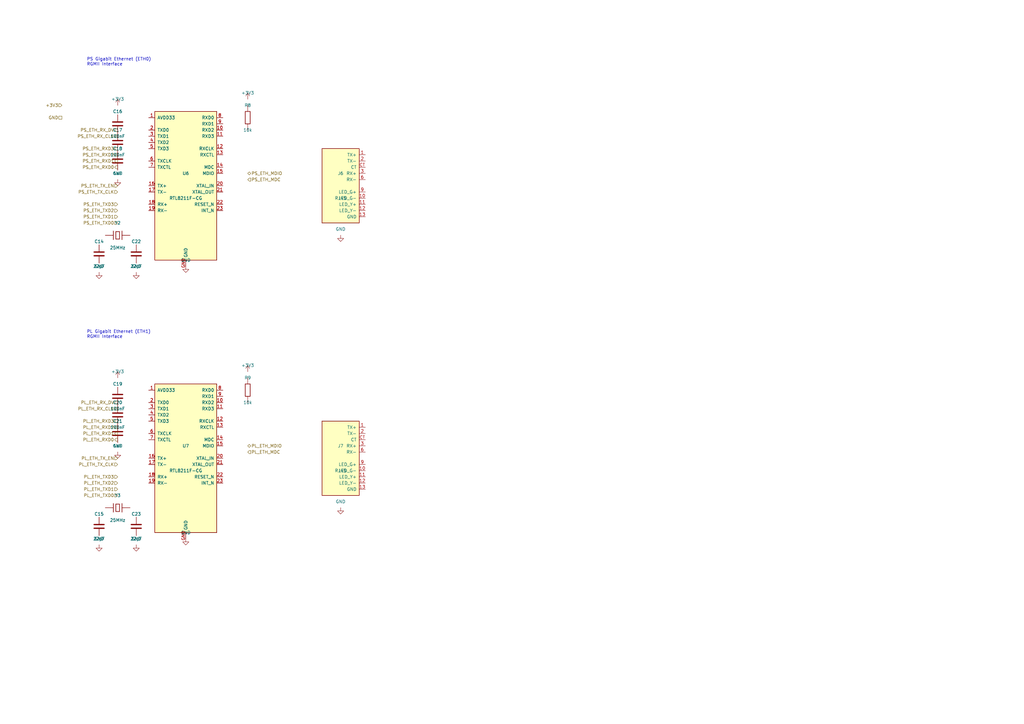
<source format=kicad_sch>
(kicad_sch (version 20250114) (generator "eeschema") (generator_version "9.0")
  (paper "A3")
  (title_block (title "Dual Gigabit Ethernet") (date "2024-12-11") (rev "1.0") (company "fcBoard Project"))
  (lib_symbols
    (symbol "fcBoard:+1V8" (power) (pin_numbers (hide yes)) (pin_names (offset 0) (hide yes))
      (property "Value" "+1V8" (at 0 3.81 0))
      (symbol "+1V8_0_1"
        (polyline (pts (xy -0.762 1.27) (xy 0 2.54)))
        (polyline (pts (xy 0 2.54) (xy 0.762 1.27)))
        (polyline (pts (xy 0 0) (xy 0 2.54)))
      )
      (symbol "+1V8_1_1"
        (pin power_in line (at 0 0 90) (length 0) (name "~") (number "1"))
      )
    )
    (symbol "fcBoard:+3V3" (power) (pin_numbers (hide yes)) (pin_names (offset 0) (hide yes)) (in_bom no)
      (property "Value" "+3V3" (at 0 3.81 0))
      (symbol "+3V3_0_1"
        (polyline (pts (xy -0.762 1.27) (xy 0 2.54)))
        (polyline (pts (xy 0 2.54) (xy 0.762 1.27)))
        (polyline (pts (xy 0 0) (xy 0 2.54)))
      )
      (symbol "+3V3_1_1"
        (pin power_in line (at 0 0 90) (length 0) (name "~") (number "1"))
      )
    )
    (symbol "fcBoard:C" (pin_numbers (hide yes)) (pin_names (offset 0.254))
      (property "Reference" "C" (at 0.635 2.54 0))
      (property "Value" "C" (at 0.635 -2.54 0))
      (symbol "C_0_1"
        (polyline (pts (xy -2.032 0.762) (xy 2.032 0.762)) (stroke (width 0.508)))
        (polyline (pts (xy -2.032 -0.762) (xy 2.032 -0.762)) (stroke (width 0.508)))
      )
      (symbol "C_1_1"
        (pin passive line (at 0 3.81 270) (length 2.794) (name "~") (number "1"))
        (pin passive line (at 0 -3.81 90) (length 2.794) (name "~") (number "2"))
      )
    )
    (symbol "fcBoard:Crystal" (pin_numbers (hide yes)) (pin_names (offset 1.016) (hide yes))
      (property "Reference" "Y" (at 0 3.81 0))
      (property "Value" "Crystal" (at 0 -3.81 0))
      (symbol "Crystal_0_1"
        (polyline (pts (xy -1.778 -1.778) (xy -1.778 1.778)) (stroke (width 0.254)))
        (rectangle (start -0.762 -1.524) (end 0.762 1.524) (stroke (width 0.254)))
        (polyline (pts (xy 1.778 -1.778) (xy 1.778 1.778)) (stroke (width 0.254)))
      )
      (symbol "Crystal_1_1"
        (pin passive line (at -5.08 0 0) (length 3.302) (name "~") (number "1"))
        (pin passive line (at 5.08 0 180) (length 3.302) (name "~") (number "2"))
      )
    )
    (symbol "fcBoard:Ferrite_Bead" (pin_numbers (hide yes)) (pin_names (offset 1.016))
      (property "Reference" "FB" (at -1.27 0 90))
      (property "Value" "Ferrite_Bead" (at 1.905 0 90))
      (symbol "Ferrite_Bead_0_1"
        (rectangle (start -1.016 -2.54) (end 1.016 2.54) (stroke (width 0.254)))
        (polyline (pts (xy -1.016 -2.54) (xy 1.016 2.54)) (stroke (width 0.254)))
      )
      (symbol "Ferrite_Bead_1_1"
        (pin passive line (at 0 5.08 270) (length 2.54) (name "~") (number "1"))
        (pin passive line (at 0 -5.08 90) (length 2.54) (name "~") (number "2"))
      )
    )
    (symbol "fcBoard:GND" (power) (pin_numbers (hide yes)) (pin_names (offset 0) (hide yes)) (in_bom no)
      (property "Value" "GND" (at 0 -2.54 0))
      (symbol "GND_0_1"
        (polyline (pts (xy 0 0) (xy 0 -1.27) (xy 1.27 -1.27) (xy 0 -2.54) (xy -1.27 -1.27) (xy 0 -1.27)))
      )
      (symbol "GND_1_1"
        (pin power_in line (at 0 0 270) (length 0) (name "~") (number "1"))
      )
    )
    (symbol "fcBoard:R" (pin_numbers (hide yes)) (pin_names (offset 0))
      (property "Reference" "R" (at 2.032 0 90))
      (property "Value" "R" (at 0 0 90))
      (symbol "R_0_1"
        (rectangle (start -1.016 -2.54) (end 1.016 2.54) (stroke (width 0.254)))
      )
      (symbol "R_1_1"
        (pin passive line (at 0 5.08 270) (length 2.54) (name "~") (number "1"))
        (pin passive line (at 0 -5.08 90) (length 2.54) (name "~") (number "2"))
      )
    )
    (symbol "fcBoard:RJ45_Magjack" (pin_names (offset 1.016))
      (property "Reference" "J" (at 0 16.51 0))
      (property "Value" "RJ45_Magjack" (at 0 -16.51 0))
      (symbol "RJ45_Magjack_0_1"
        (rectangle (start -7.62 15.24) (end 7.62 -15.24) (stroke (width 0.254)) (fill (type background)))
      )
      (symbol "RJ45_Magjack_1_1"
        (pin bidirectional line (at 10.16 12.7 180) (length 2.54) (name "TX+") (number "1"))
        (pin bidirectional line (at 10.16 10.16 180) (length 2.54) (name "TX-") (number "2"))
        (pin passive line (at 10.16 7.62 180) (length 2.54) (name "CT") (number "CT"))
        (pin bidirectional line (at 10.16 5.08 180) (length 2.54) (name "RX+") (number "3"))
        (pin bidirectional line (at 10.16 2.54 180) (length 2.54) (name "RX-") (number "6"))
        (pin output line (at 10.16 -2.54 180) (length 2.54) (name "LED_G+") (number "9"))
        (pin output line (at 10.16 -5.08 180) (length 2.54) (name "LED_G-") (number "10"))
        (pin output line (at 10.16 -7.62 180) (length 2.54) (name "LED_Y+") (number "11"))
        (pin output line (at 10.16 -10.16 180) (length 2.54) (name "LED_Y-") (number "12"))
        (pin power_in line (at 10.16 -12.7 180) (length 2.54) (name "GND") (number "13"))
      )
    )
    (symbol "fcBoard:RTL8211F" (pin_names (offset 1.016))
      (property "Reference" "U" (at 0 33.02 0))
      (property "Value" "RTL8211F-CG" (at 0 -33.02 0))
      (symbol "RTL8211F_0_1"
        (rectangle (start -12.7 30.48) (end 12.7 -30.48) (stroke (width 0.254)) (fill (type background)))
      )
      (symbol "RTL8211F_1_1"
        (pin power_in line (at -15.24 27.94 0) (length 2.54) (name "AVDD33") (number "1"))
        (pin bidirectional line (at -15.24 22.86 0) (length 2.54) (name "TXD0") (number "2"))
        (pin bidirectional line (at -15.24 20.32 0) (length 2.54) (name "TXD1") (number "3"))
        (pin bidirectional line (at -15.24 17.78 0) (length 2.54) (name "TXD2") (number "4"))
        (pin bidirectional line (at -15.24 15.24 0) (length 2.54) (name "TXD3") (number "5"))
        (pin input line (at -15.24 10.16 0) (length 2.54) (name "TXCLK") (number "6"))
        (pin input line (at -15.24 7.62 0) (length 2.54) (name "TXCTL") (number "7"))
        (pin bidirectional line (at -15.24 0 0) (length 2.54) (name "TX+") (number "16"))
        (pin bidirectional line (at -15.24 -2.54 0) (length 2.54) (name "TX-") (number "17"))
        (pin bidirectional line (at -15.24 -7.62 0) (length 2.54) (name "RX+") (number "18"))
        (pin bidirectional line (at -15.24 -10.16 0) (length 2.54) (name "RX-") (number "19"))
        (pin power_in line (at 0 -33.02 90) (length 2.54) (name "GND") (number "GND"))
        (pin bidirectional line (at 15.24 27.94 180) (length 2.54) (name "RXD0") (number "8"))
        (pin bidirectional line (at 15.24 25.4 180) (length 2.54) (name "RXD1") (number "9"))
        (pin bidirectional line (at 15.24 22.86 180) (length 2.54) (name "RXD2") (number "10"))
        (pin bidirectional line (at 15.24 20.32 180) (length 2.54) (name "RXD3") (number "11"))
        (pin output line (at 15.24 15.24 180) (length 2.54) (name "RXCLK") (number "12"))
        (pin output line (at 15.24 12.7 180) (length 2.54) (name "RXCTL") (number "13"))
        (pin bidirectional line (at 15.24 7.62 180) (length 2.54) (name "MDC") (number "14"))
        (pin bidirectional line (at 15.24 5.08 180) (length 2.54) (name "MDIO") (number "15"))
        (pin input line (at 15.24 0 180) (length 2.54) (name "XTAL_IN") (number "20"))
        (pin output line (at 15.24 -2.54 180) (length 2.54) (name "XTAL_OUT") (number "21"))
        (pin input line (at 15.24 -7.62 180) (length 2.54) (name "RESET_N") (number "22"))
        (pin output line (at 15.24 -10.16 180) (length 2.54) (name "INT_N") (number "23"))
      )
    )
  )
  (text "PS Gigabit Ethernet (ETH0)\nRGMII Interface" (at 35.56 25.4 0) (effects (font (size 1.27 1.27)) (justify left)))
  (text "PL Gigabit Ethernet (ETH1)\nRGMII Interface" (at 35.56 137.16 0) (effects (font (size 1.27 1.27)) (justify left)))
  (hierarchical_label "PL_ETH_RXD3" (shape output) (at 48.26 172.72 180))
  (hierarchical_label "PS_ETH_RX_CLK" (shape output) (at 48.26 55.88 180))
  (hierarchical_label "PS_ETH_TXD1" (shape input) (at 48.26 88.9 180))
  (hierarchical_label "PS_ETH_RXD3" (shape output) (at 48.26 60.96 180))
  (hierarchical_label "+3V3" (shape input) (at 25.4 43.18 180))
  (hierarchical_label "PS_ETH_RX_DV" (shape output) (at 48.26 53.34 180))
  (hierarchical_label "PL_ETH_TXD1" (shape input) (at 48.26 200.66 180))
  (hierarchical_label "PS_ETH_TX_EN" (shape input) (at 48.26 76.2 180))
  (hierarchical_label "PL_ETH_RXD2" (shape output) (at 48.26 175.26 180))
  (hierarchical_label "PL_ETH_TXD0" (shape input) (at 48.26 203.2 180))
  (hierarchical_label "PL_ETH_TXD2" (shape input) (at 48.26 198.12 180))
  (hierarchical_label "PL_ETH_RXD1" (shape output) (at 48.26 177.8 180))
  (hierarchical_label "PL_ETH_TXD3" (shape input) (at 48.26 195.58 180))
  (hierarchical_label "PS_ETH_TX_CLK" (shape input) (at 48.26 78.74 180))
  (hierarchical_label "PS_ETH_MDC" (shape input) (at 101.6 73.66 0))
  (hierarchical_label "PS_ETH_MDIO" (shape bidirectional) (at 101.6 71.12 0))
  (hierarchical_label "PS_ETH_RXD0" (shape output) (at 48.26 68.58 180))
  (hierarchical_label "PL_ETH_TX_CLK" (shape input) (at 48.26 190.5 180))
  (hierarchical_label "PL_ETH_TX_EN" (shape input) (at 48.26 187.96 180))
  (hierarchical_label "PL_ETH_RX_CLK" (shape output) (at 48.26 167.64 180))
  (hierarchical_label "PL_ETH_RX_DV" (shape output) (at 48.26 165.1 180))
  (hierarchical_label "PL_ETH_RXD0" (shape output) (at 48.26 180.34 180))
  (hierarchical_label "PS_ETH_RXD2" (shape output) (at 48.26 63.5 180))
  (hierarchical_label "PL_ETH_MDIO" (shape bidirectional) (at 101.6 182.88 0))
  (hierarchical_label "PS_ETH_RXD1" (shape output) (at 48.26 66.04 180))
  (hierarchical_label "PS_ETH_TXD2" (shape input) (at 48.26 86.36 180))
  (hierarchical_label "GND" (shape passive) (at 25.4 48.26 180))
  (hierarchical_label "PL_ETH_MDC" (shape input) (at 101.6 185.42 0))
  (hierarchical_label "PS_ETH_TXD3" (shape input) (at 48.26 83.82 180))
  (hierarchical_label "PS_ETH_TXD0" (shape input) (at 48.26 91.44 180))
  (symbol (lib_id "fcBoard:+3V3") (at 101.6 152.4 0) (unit 1) (in_bom no)
    (property "Reference" "#PWR057" (effects (hide yes)))
    (property "Value" "+3V3" (at 101.6 149.86 0))
    (property "Description" "+3.3V Power Rail" (effects (hide yes)))
  )
  (symbol (lib_id "fcBoard:C") (at 48.26 50.8 0) (unit 1)
    (property "Reference" "C16" (at 48.26 45.72 0))
    (property "Value" "100nF" (at 48.26 55.88 0))
    (property "Footprint" "jlc_components:C0402" (effects (hide yes)))
    (property "Description" "Capacitor" (effects (hide yes)))
    (property "LCSC Part" "C11702" (effects (hide yes)))
  )
  (symbol (lib_id "fcBoard:GND") (at 55.88 111.76 0) (unit 1) (in_bom no)
    (property "Reference" "#PWR052" (effects (hide yes)))
    (property "Value" "GND" (at 55.88 109.22 0))
    (property "Description" "Power Ground" (effects (hide yes)))
  )
  (symbol (lib_id "fcBoard:GND") (at 139.7 96.52 0) (unit 1) (in_bom no)
    (property "Reference" "#PWR058" (effects (hide yes)))
    (property "Value" "GND" (at 139.7 93.98 0))
    (property "Description" "Power Ground" (effects (hide yes)))
  )
  (symbol (lib_id "fcBoard:C") (at 48.26 66.04 0) (unit 1)
    (property "Reference" "C18" (at 48.26 60.96 0))
    (property "Value" "1uF" (at 48.26 71.12 0))
    (property "Footprint" "jlc_components:C0603" (effects (hide yes)))
    (property "Description" "Capacitor" (effects (hide yes)))
    (property "LCSC Part" "C15849" (effects (hide yes)))
  )
  (symbol (lib_id "fcBoard:+3V3") (at 101.6 40.64 0) (unit 1) (in_bom no)
    (property "Reference" "#PWR056" (effects (hide yes)))
    (property "Value" "+3V3" (at 101.6 38.1 0))
    (property "Description" "+3.3V Power Rail" (effects (hide yes)))
  )
  (symbol (lib_id "fcBoard:C") (at 48.26 162.56 0) (unit 1)
    (property "Reference" "C19" (at 48.26 157.48 0))
    (property "Value" "100nF" (at 48.26 167.64 0))
    (property "Footprint" "jlc_components:C0402" (effects (hide yes)))
    (property "Description" "Capacitor" (effects (hide yes)))
    (property "LCSC Part" "C11702" (effects (hide yes)))
  )
  (symbol (lib_id "fcBoard:C") (at 48.26 170.18 0) (unit 1)
    (property "Reference" "C20" (at 48.26 165.1 0))
    (property "Value" "100nF" (at 48.26 175.26 0))
    (property "Footprint" "jlc_components:C0402" (effects (hide yes)))
    (property "Description" "Capacitor" (effects (hide yes)))
    (property "LCSC Part" "C11702" (effects (hide yes)))
  )
  (symbol (lib_id "fcBoard:R") (at 101.6 48.26 0) (unit 1)
    (property "Reference" "R8" (at 101.6 43.18 0))
    (property "Value" "10k" (at 101.6 53.34 0))
    (property "Footprint" "jlc_components:R0402" (effects (hide yes)))
    (property "Description" "Resistor" (effects (hide yes)))
    (property "LCSC Part" "C25804" (effects (hide yes)))
  )
  (symbol (lib_id "fcBoard:RJ45_Magjack") (at 139.7 76.2 0) (unit 1)
    (property "Reference" "J6" (at 139.7 71.12 0))
    (property "Value" "RJ45" (at 139.7 81.28 0))
    (property "Footprint" "jlc_components:RJ45-TH_8P8C_L21.0-W16.0-H13.0" (effects (hide yes)))
    (property "Description" "RJ45 with integrated magnetics" (effects (hide yes)))
    (property "LCSC Part" "C138388" (effects (hide yes)))
  )
  (symbol (lib_id "fcBoard:C") (at 55.88 104.14 0) (unit 1)
    (property "Reference" "C22" (at 55.88 99.06 0))
    (property "Value" "22pF" (at 55.88 109.22 0))
    (property "Footprint" "jlc_components:C0402" (effects (hide yes)))
    (property "Description" "Capacitor" (effects (hide yes)))
    (property "LCSC Part" "C1555" (effects (hide yes)))
  )
  (symbol (lib_id "fcBoard:C") (at 40.64 104.14 0) (unit 1)
    (property "Reference" "C14" (at 40.64 99.06 0))
    (property "Value" "22pF" (at 40.64 109.22 0))
    (property "Footprint" "jlc_components:C0402" (effects (hide yes)))
    (property "Description" "Capacitor" (effects (hide yes)))
    (property "LCSC Part" "C1555" (effects (hide yes)))
  )
  (symbol (lib_id "fcBoard:Crystal") (at 48.26 208.28 0) (unit 1)
    (property "Reference" "Y3" (at 48.26 203.2 0))
    (property "Value" "25MHz" (at 48.26 213.36 0))
    (property "Footprint" "jlc_components:HC-49S_L11.0-W4.6" (effects (hide yes)))
    (property "Description" "Crystal oscillator" (effects (hide yes)))
    (property "LCSC Part" "C9010" (effects (hide yes)))
  )
  (symbol (lib_id "fcBoard:+3V3") (at 48.26 43.18 0) (unit 1) (in_bom no)
    (property "Reference" "#PWR048" (effects (hide yes)))
    (property "Value" "+3V3" (at 48.26 40.64 0))
    (property "Description" "+3.3V Power Rail" (effects (hide yes)))
  )
  (symbol (lib_id "fcBoard:GND") (at 40.64 111.76 0) (unit 1) (in_bom no)
    (property "Reference" "#PWR046" (effects (hide yes)))
    (property "Value" "GND" (at 40.64 109.22 0))
    (property "Description" "Power Ground" (effects (hide yes)))
  )
  (symbol (lib_id "fcBoard:GND") (at 76.2 109.22 0) (unit 1) (in_bom no)
    (property "Reference" "#PWR054" (effects (hide yes)))
    (property "Value" "GND" (at 76.2 106.68 0))
    (property "Description" "Power Ground" (effects (hide yes)))
  )
  (symbol (lib_id "fcBoard:GND") (at 48.26 185.42 0) (unit 1) (in_bom no)
    (property "Reference" "#PWR051" (effects (hide yes)))
    (property "Value" "GND" (at 48.26 182.88 0))
    (property "Description" "Power Ground" (effects (hide yes)))
  )
  (symbol (lib_id "fcBoard:C") (at 55.88 215.9 0) (unit 1)
    (property "Reference" "C23" (at 55.88 210.82 0))
    (property "Value" "22pF" (at 55.88 220.98 0))
    (property "Footprint" "jlc_components:C0402" (effects (hide yes)))
    (property "Description" "Capacitor" (effects (hide yes)))
    (property "LCSC Part" "C1555" (effects (hide yes)))
  )
  (symbol (lib_id "fcBoard:GND") (at 40.64 223.52 0) (unit 1) (in_bom no)
    (property "Reference" "#PWR047" (effects (hide yes)))
    (property "Value" "GND" (at 40.64 220.98 0))
    (property "Description" "Power Ground" (effects (hide yes)))
  )
  (symbol (lib_id "fcBoard:Crystal") (at 48.26 96.52 0) (unit 1)
    (property "Reference" "Y2" (at 48.26 91.44 0))
    (property "Value" "25MHz" (at 48.26 101.6 0))
    (property "Footprint" "jlc_components:HC-49S_L11.0-W4.6" (effects (hide yes)))
    (property "Description" "Crystal oscillator" (effects (hide yes)))
    (property "LCSC Part" "C9010" (effects (hide yes)))
  )
  (symbol (lib_id "fcBoard:+3V3") (at 48.26 154.94 0) (unit 1) (in_bom no)
    (property "Reference" "#PWR050" (effects (hide yes)))
    (property "Value" "+3V3" (at 48.26 152.4 0))
    (property "Description" "+3.3V Power Rail" (effects (hide yes)))
  )
  (symbol (lib_id "fcBoard:C") (at 48.26 58.42 0) (unit 1)
    (property "Reference" "C17" (at 48.26 53.34 0))
    (property "Value" "100nF" (at 48.26 63.5 0))
    (property "Footprint" "jlc_components:C0402" (effects (hide yes)))
    (property "Description" "Capacitor" (effects (hide yes)))
    (property "LCSC Part" "C11702" (effects (hide yes)))
  )
  (symbol (lib_id "fcBoard:RTL8211F") (at 76.2 76.2 0) (unit 1)
    (property "Reference" "U6" (at 76.2 71.12 0))
    (property "Value" "RTL8211F-CG" (at 76.2 81.28 0))
    (property "Footprint" "Package_DFN_QFN:QFN-48-1EP_7x7mm_P0.5mm_EP5.3x5.3mm" (effects (hide yes)))
    (property "Description" "Gigabit Ethernet PHY with RGMII" (effects (hide yes)))
    (property "LCSC Part" "C69264" (effects (hide yes)))
  )
  (symbol (lib_id "fcBoard:C") (at 40.64 215.9 0) (unit 1)
    (property "Reference" "C15" (at 40.64 210.82 0))
    (property "Value" "22pF" (at 40.64 220.98 0))
    (property "Footprint" "jlc_components:C0402" (effects (hide yes)))
    (property "Description" "Capacitor" (effects (hide yes)))
    (property "LCSC Part" "C1555" (effects (hide yes)))
  )
  (symbol (lib_id "fcBoard:GND") (at 76.2 220.98 0) (unit 1) (in_bom no)
    (property "Reference" "#PWR055" (effects (hide yes)))
    (property "Value" "GND" (at 76.2 218.44 0))
    (property "Description" "Power Ground" (effects (hide yes)))
  )
  (symbol (lib_id "fcBoard:RTL8211F") (at 76.2 187.96 0) (unit 1)
    (property "Reference" "U7" (at 76.2 182.88 0))
    (property "Value" "RTL8211F-CG" (at 76.2 193.04 0))
    (property "Footprint" "Package_DFN_QFN:QFN-48-1EP_7x7mm_P0.5mm_EP5.3x5.3mm" (effects (hide yes)))
    (property "Description" "Gigabit Ethernet PHY with RGMII" (effects (hide yes)))
    (property "LCSC Part" "C69264" (effects (hide yes)))
  )
  (symbol (lib_id "fcBoard:C") (at 48.26 177.8 0) (unit 1)
    (property "Reference" "C21" (at 48.26 172.72 0))
    (property "Value" "1uF" (at 48.26 182.88 0))
    (property "Footprint" "jlc_components:C0603" (effects (hide yes)))
    (property "Description" "Capacitor" (effects (hide yes)))
    (property "LCSC Part" "C15849" (effects (hide yes)))
  )
  (symbol (lib_id "fcBoard:R") (at 101.6 160.02 0) (unit 1)
    (property "Reference" "R9" (at 101.6 154.94 0))
    (property "Value" "10k" (at 101.6 165.1 0))
    (property "Footprint" "jlc_components:R0402" (effects (hide yes)))
    (property "Description" "Resistor" (effects (hide yes)))
    (property "LCSC Part" "C25804" (effects (hide yes)))
  )
  (symbol (lib_id "fcBoard:GND") (at 55.88 223.52 0) (unit 1) (in_bom no)
    (property "Reference" "#PWR053" (effects (hide yes)))
    (property "Value" "GND" (at 55.88 220.98 0))
    (property "Description" "Power Ground" (effects (hide yes)))
  )
  (symbol (lib_id "fcBoard:GND") (at 48.26 73.66 0) (unit 1) (in_bom no)
    (property "Reference" "#PWR049" (effects (hide yes)))
    (property "Value" "GND" (at 48.26 71.12 0))
    (property "Description" "Power Ground" (effects (hide yes)))
  )
  (symbol (lib_id "fcBoard:GND") (at 139.7 208.28 0) (unit 1) (in_bom no)
    (property "Reference" "#PWR059" (effects (hide yes)))
    (property "Value" "GND" (at 139.7 205.74 0))
    (property "Description" "Power Ground" (effects (hide yes)))
  )
  (symbol (lib_id "fcBoard:RJ45_Magjack") (at 139.7 187.96 0) (unit 1)
    (property "Reference" "J7" (at 139.7 182.88 0))
    (property "Value" "RJ45" (at 139.7 193.04 0))
    (property "Footprint" "jlc_components:RJ45-TH_8P8C_L21.0-W16.0-H13.0" (effects (hide yes)))
    (property "Description" "RJ45 with integrated magnetics" (effects (hide yes)))
    (property "LCSC Part" "C138388" (effects (hide yes)))
  )
)
</source>
